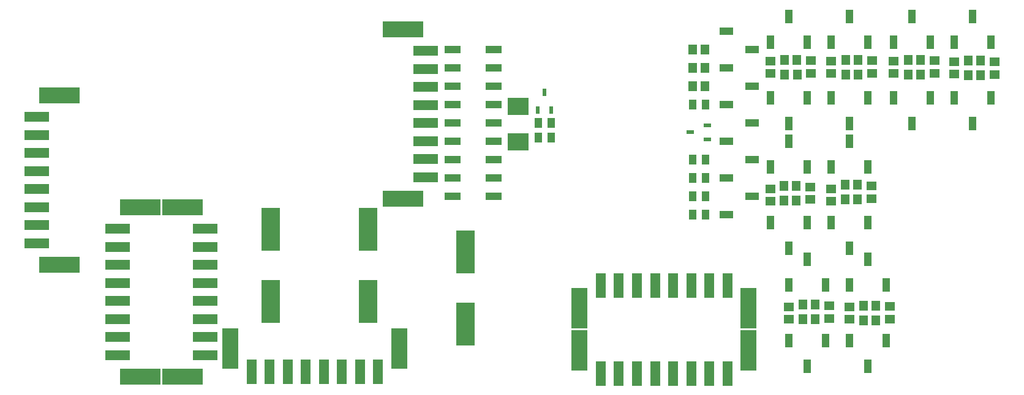
<source format=gtp>
G04*
G04 #@! TF.GenerationSoftware,Altium Limited,Altium Designer,18.0.12 (696)*
G04*
G04 Layer_Color=8421504*
%FSLAX25Y25*%
%MOIN*%
G70*
G01*
G75*
%ADD16R,0.03937X0.02362*%
%ADD17R,0.02362X0.03937*%
%ADD18R,0.04000X0.07500*%
%ADD19R,0.07500X0.04000*%
%ADD20R,0.08750X0.04000*%
%ADD21R,0.04528X0.05512*%
%ADD22R,0.05512X0.04528*%
%ADD23R,0.04449X0.05591*%
%ADD24R,0.13386X0.05512*%
%ADD25R,0.22047X0.09055*%
%ADD26R,0.05512X0.13386*%
%ADD27R,0.09055X0.22047*%
%ADD28R,0.11811X0.09449*%
%ADD29R,0.05512X0.04724*%
%ADD30R,0.04724X0.05512*%
%ADD31R,0.10039X0.23425*%
D16*
X509276Y298000D02*
D03*
X518724Y301740D02*
D03*
Y294260D02*
D03*
D17*
X430000Y319724D02*
D03*
X433740Y310276D02*
D03*
X426260D02*
D03*
D18*
X553052Y347146D02*
D03*
X573052D02*
D03*
X563052Y361146D02*
D03*
Y302854D02*
D03*
X553052Y316854D02*
D03*
X573052D02*
D03*
X586052Y347146D02*
D03*
X606052D02*
D03*
X596052Y361146D02*
D03*
Y302854D02*
D03*
X586052Y316854D02*
D03*
X606052D02*
D03*
X620052Y347146D02*
D03*
X640052D02*
D03*
X630052Y361146D02*
D03*
Y302854D02*
D03*
X620052Y316854D02*
D03*
X640052D02*
D03*
X653000Y347146D02*
D03*
X673000D02*
D03*
X663000Y361146D02*
D03*
Y302854D02*
D03*
X653000Y316854D02*
D03*
X673000D02*
D03*
X553000Y278946D02*
D03*
X573000D02*
D03*
X563000Y292946D02*
D03*
Y234654D02*
D03*
X553000Y248654D02*
D03*
X573000D02*
D03*
X586000Y278946D02*
D03*
X606000D02*
D03*
X596000Y292946D02*
D03*
Y234654D02*
D03*
X586000Y248654D02*
D03*
X606000D02*
D03*
X563000Y214646D02*
D03*
X583000D02*
D03*
X573000Y228646D02*
D03*
Y170354D02*
D03*
X563000Y184354D02*
D03*
X583000D02*
D03*
X596000Y214646D02*
D03*
X616000D02*
D03*
X606000Y228646D02*
D03*
Y170354D02*
D03*
X596000Y184354D02*
D03*
X616000D02*
D03*
D19*
X529125Y253000D02*
D03*
X543125Y263000D02*
D03*
X529125Y273000D02*
D03*
X543125Y283000D02*
D03*
X529125Y293000D02*
D03*
X543125Y303000D02*
D03*
X529125Y313000D02*
D03*
X543125Y323000D02*
D03*
X529125Y333000D02*
D03*
X543125Y343000D02*
D03*
X529125Y353000D02*
D03*
D20*
X380000Y263000D02*
D03*
Y343000D02*
D03*
X402250D02*
D03*
X380000Y333000D02*
D03*
X402250D02*
D03*
X380000Y323000D02*
D03*
X402250D02*
D03*
X380000Y313000D02*
D03*
X402250D02*
D03*
X380000Y303000D02*
D03*
X402250D02*
D03*
X380000Y293000D02*
D03*
X402250D02*
D03*
X380000Y283000D02*
D03*
X402250D02*
D03*
X380000Y273000D02*
D03*
X402250D02*
D03*
Y263000D02*
D03*
D21*
X560610Y329500D02*
D03*
X567500D02*
D03*
X593902D02*
D03*
X600791D02*
D03*
X627902D02*
D03*
X634791D02*
D03*
X517445Y343000D02*
D03*
X510555D02*
D03*
Y333000D02*
D03*
X517445D02*
D03*
Y323000D02*
D03*
X510555D02*
D03*
X560209Y260800D02*
D03*
X567098D02*
D03*
X660555Y329000D02*
D03*
X667445D02*
D03*
X593555Y261300D02*
D03*
X600445D02*
D03*
X570555Y196000D02*
D03*
X577445D02*
D03*
X603555Y195500D02*
D03*
X610445D02*
D03*
D22*
X575055Y330055D02*
D03*
Y336945D02*
D03*
X608346Y330055D02*
D03*
Y336945D02*
D03*
X642346Y330055D02*
D03*
Y336945D02*
D03*
X574654Y261355D02*
D03*
Y268245D02*
D03*
X675000Y329555D02*
D03*
Y336445D02*
D03*
X608000Y261855D02*
D03*
Y268745D02*
D03*
X585000Y196555D02*
D03*
Y203445D02*
D03*
X618000Y196055D02*
D03*
Y202945D02*
D03*
D23*
X433484Y295000D02*
D03*
X426516D02*
D03*
Y303000D02*
D03*
X433484D02*
D03*
X510516Y253000D02*
D03*
X517484D02*
D03*
X510516Y263000D02*
D03*
X517484D02*
D03*
X510516Y273000D02*
D03*
X517484D02*
D03*
X510516Y283000D02*
D03*
X517484D02*
D03*
Y313000D02*
D03*
X510516D02*
D03*
D24*
X365402Y273551D02*
D03*
Y283394D02*
D03*
Y293236D02*
D03*
Y303079D02*
D03*
Y312921D02*
D03*
Y322764D02*
D03*
Y332606D02*
D03*
Y342449D02*
D03*
X153598Y306449D02*
D03*
Y296606D02*
D03*
Y286764D02*
D03*
Y276921D02*
D03*
Y267079D02*
D03*
Y257236D02*
D03*
Y247394D02*
D03*
Y237551D02*
D03*
X245402Y176551D02*
D03*
Y186394D02*
D03*
Y196236D02*
D03*
Y206079D02*
D03*
Y215921D02*
D03*
Y225764D02*
D03*
Y235606D02*
D03*
Y245449D02*
D03*
X197598D02*
D03*
Y235606D02*
D03*
Y225764D02*
D03*
Y215921D02*
D03*
Y206079D02*
D03*
Y196236D02*
D03*
Y186394D02*
D03*
Y176551D02*
D03*
D25*
X353000Y261937D02*
D03*
Y354063D02*
D03*
X166000Y318063D02*
D03*
Y225937D02*
D03*
X233000Y164937D02*
D03*
Y257063D02*
D03*
X210000D02*
D03*
Y164937D02*
D03*
D26*
X270551Y167598D02*
D03*
X280394D02*
D03*
X290236D02*
D03*
X300079D02*
D03*
X309921D02*
D03*
X319764D02*
D03*
X329606D02*
D03*
X339449D02*
D03*
X529512Y214402D02*
D03*
X519669D02*
D03*
X509827D02*
D03*
X499984D02*
D03*
X490142D02*
D03*
X480299D02*
D03*
X470457D02*
D03*
X460614D02*
D03*
Y166598D02*
D03*
X470457D02*
D03*
X480299D02*
D03*
X490142D02*
D03*
X499984D02*
D03*
X509827D02*
D03*
X519669D02*
D03*
X529512D02*
D03*
D27*
X258937Y180000D02*
D03*
X351063D02*
D03*
X541126Y202000D02*
D03*
X449000D02*
D03*
Y179000D02*
D03*
X541126D02*
D03*
D28*
X415500Y312067D02*
D03*
Y292933D02*
D03*
D29*
X553000Y336693D02*
D03*
Y330000D02*
D03*
X586000Y336846D02*
D03*
Y330154D02*
D03*
X620000Y336693D02*
D03*
Y330000D02*
D03*
X653000Y336346D02*
D03*
Y329654D02*
D03*
X553000Y267146D02*
D03*
Y260454D02*
D03*
X586000Y267146D02*
D03*
Y260454D02*
D03*
X563000Y202846D02*
D03*
Y196154D02*
D03*
X596000Y202846D02*
D03*
Y196154D02*
D03*
D30*
X560709Y337500D02*
D03*
X567402D02*
D03*
X594000D02*
D03*
X600693D02*
D03*
X628000D02*
D03*
X634693D02*
D03*
X660654Y337000D02*
D03*
X667346D02*
D03*
X560307Y268800D02*
D03*
X567000D02*
D03*
X593654Y269300D02*
D03*
X600346D02*
D03*
X570654Y204000D02*
D03*
X577346D02*
D03*
X603654Y203500D02*
D03*
X610346D02*
D03*
D31*
X387000Y193315D02*
D03*
Y232685D02*
D03*
X334000Y205630D02*
D03*
Y245000D02*
D03*
X281000Y205630D02*
D03*
Y245000D02*
D03*
M02*

</source>
